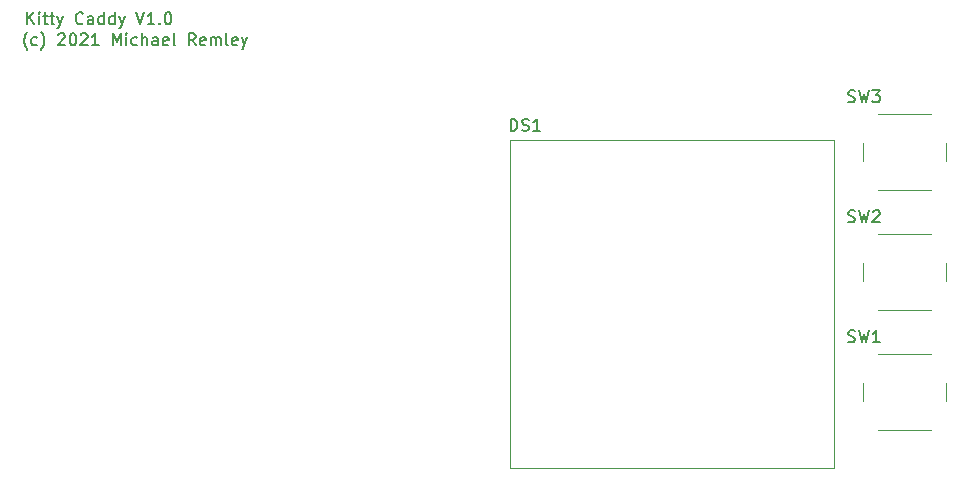
<source format=gbr>
%TF.GenerationSoftware,KiCad,Pcbnew,(5.1.10)-1*%
%TF.CreationDate,2021-10-15T15:04:30-04:00*%
%TF.ProjectId,KittyCaddyV1,4b697474-7943-4616-9464-7956312e6b69,1.0*%
%TF.SameCoordinates,Original*%
%TF.FileFunction,Legend,Top*%
%TF.FilePolarity,Positive*%
%FSLAX46Y46*%
G04 Gerber Fmt 4.6, Leading zero omitted, Abs format (unit mm)*
G04 Created by KiCad (PCBNEW (5.1.10)-1) date 2021-10-15 15:04:30*
%MOMM*%
%LPD*%
G01*
G04 APERTURE LIST*
%ADD10C,0.150000*%
%ADD11C,0.120000*%
G04 APERTURE END LIST*
D10*
X88924952Y-115514333D02*
X88877333Y-115466714D01*
X88782095Y-115323857D01*
X88734476Y-115228619D01*
X88686857Y-115085761D01*
X88639238Y-114847666D01*
X88639238Y-114657190D01*
X88686857Y-114419095D01*
X88734476Y-114276238D01*
X88782095Y-114181000D01*
X88877333Y-114038142D01*
X88924952Y-113990523D01*
X89734476Y-115085761D02*
X89639238Y-115133380D01*
X89448761Y-115133380D01*
X89353523Y-115085761D01*
X89305904Y-115038142D01*
X89258285Y-114942904D01*
X89258285Y-114657190D01*
X89305904Y-114561952D01*
X89353523Y-114514333D01*
X89448761Y-114466714D01*
X89639238Y-114466714D01*
X89734476Y-114514333D01*
X90067809Y-115514333D02*
X90115428Y-115466714D01*
X90210666Y-115323857D01*
X90258285Y-115228619D01*
X90305904Y-115085761D01*
X90353523Y-114847666D01*
X90353523Y-114657190D01*
X90305904Y-114419095D01*
X90258285Y-114276238D01*
X90210666Y-114181000D01*
X90115428Y-114038142D01*
X90067809Y-113990523D01*
X91544000Y-114228619D02*
X91591619Y-114181000D01*
X91686857Y-114133380D01*
X91924952Y-114133380D01*
X92020190Y-114181000D01*
X92067809Y-114228619D01*
X92115428Y-114323857D01*
X92115428Y-114419095D01*
X92067809Y-114561952D01*
X91496380Y-115133380D01*
X92115428Y-115133380D01*
X92734476Y-114133380D02*
X92829714Y-114133380D01*
X92924952Y-114181000D01*
X92972571Y-114228619D01*
X93020190Y-114323857D01*
X93067809Y-114514333D01*
X93067809Y-114752428D01*
X93020190Y-114942904D01*
X92972571Y-115038142D01*
X92924952Y-115085761D01*
X92829714Y-115133380D01*
X92734476Y-115133380D01*
X92639238Y-115085761D01*
X92591619Y-115038142D01*
X92544000Y-114942904D01*
X92496380Y-114752428D01*
X92496380Y-114514333D01*
X92544000Y-114323857D01*
X92591619Y-114228619D01*
X92639238Y-114181000D01*
X92734476Y-114133380D01*
X93448761Y-114228619D02*
X93496380Y-114181000D01*
X93591619Y-114133380D01*
X93829714Y-114133380D01*
X93924952Y-114181000D01*
X93972571Y-114228619D01*
X94020190Y-114323857D01*
X94020190Y-114419095D01*
X93972571Y-114561952D01*
X93401142Y-115133380D01*
X94020190Y-115133380D01*
X94972571Y-115133380D02*
X94401142Y-115133380D01*
X94686857Y-115133380D02*
X94686857Y-114133380D01*
X94591619Y-114276238D01*
X94496380Y-114371476D01*
X94401142Y-114419095D01*
X96163047Y-115133380D02*
X96163047Y-114133380D01*
X96496380Y-114847666D01*
X96829714Y-114133380D01*
X96829714Y-115133380D01*
X97305904Y-115133380D02*
X97305904Y-114466714D01*
X97305904Y-114133380D02*
X97258285Y-114181000D01*
X97305904Y-114228619D01*
X97353523Y-114181000D01*
X97305904Y-114133380D01*
X97305904Y-114228619D01*
X98210666Y-115085761D02*
X98115428Y-115133380D01*
X97924952Y-115133380D01*
X97829714Y-115085761D01*
X97782095Y-115038142D01*
X97734476Y-114942904D01*
X97734476Y-114657190D01*
X97782095Y-114561952D01*
X97829714Y-114514333D01*
X97924952Y-114466714D01*
X98115428Y-114466714D01*
X98210666Y-114514333D01*
X98639238Y-115133380D02*
X98639238Y-114133380D01*
X99067809Y-115133380D02*
X99067809Y-114609571D01*
X99020190Y-114514333D01*
X98924952Y-114466714D01*
X98782095Y-114466714D01*
X98686857Y-114514333D01*
X98639238Y-114561952D01*
X99972571Y-115133380D02*
X99972571Y-114609571D01*
X99924952Y-114514333D01*
X99829714Y-114466714D01*
X99639238Y-114466714D01*
X99544000Y-114514333D01*
X99972571Y-115085761D02*
X99877333Y-115133380D01*
X99639238Y-115133380D01*
X99544000Y-115085761D01*
X99496380Y-114990523D01*
X99496380Y-114895285D01*
X99544000Y-114800047D01*
X99639238Y-114752428D01*
X99877333Y-114752428D01*
X99972571Y-114704809D01*
X100829714Y-115085761D02*
X100734476Y-115133380D01*
X100544000Y-115133380D01*
X100448761Y-115085761D01*
X100401142Y-114990523D01*
X100401142Y-114609571D01*
X100448761Y-114514333D01*
X100544000Y-114466714D01*
X100734476Y-114466714D01*
X100829714Y-114514333D01*
X100877333Y-114609571D01*
X100877333Y-114704809D01*
X100401142Y-114800047D01*
X101448761Y-115133380D02*
X101353523Y-115085761D01*
X101305904Y-114990523D01*
X101305904Y-114133380D01*
X103163047Y-115133380D02*
X102829714Y-114657190D01*
X102591619Y-115133380D02*
X102591619Y-114133380D01*
X102972571Y-114133380D01*
X103067809Y-114181000D01*
X103115428Y-114228619D01*
X103163047Y-114323857D01*
X103163047Y-114466714D01*
X103115428Y-114561952D01*
X103067809Y-114609571D01*
X102972571Y-114657190D01*
X102591619Y-114657190D01*
X103972571Y-115085761D02*
X103877333Y-115133380D01*
X103686857Y-115133380D01*
X103591619Y-115085761D01*
X103544000Y-114990523D01*
X103544000Y-114609571D01*
X103591619Y-114514333D01*
X103686857Y-114466714D01*
X103877333Y-114466714D01*
X103972571Y-114514333D01*
X104020190Y-114609571D01*
X104020190Y-114704809D01*
X103544000Y-114800047D01*
X104448761Y-115133380D02*
X104448761Y-114466714D01*
X104448761Y-114561952D02*
X104496380Y-114514333D01*
X104591619Y-114466714D01*
X104734476Y-114466714D01*
X104829714Y-114514333D01*
X104877333Y-114609571D01*
X104877333Y-115133380D01*
X104877333Y-114609571D02*
X104924952Y-114514333D01*
X105020190Y-114466714D01*
X105163047Y-114466714D01*
X105258285Y-114514333D01*
X105305904Y-114609571D01*
X105305904Y-115133380D01*
X105924952Y-115133380D02*
X105829714Y-115085761D01*
X105782095Y-114990523D01*
X105782095Y-114133380D01*
X106686857Y-115085761D02*
X106591619Y-115133380D01*
X106401142Y-115133380D01*
X106305904Y-115085761D01*
X106258285Y-114990523D01*
X106258285Y-114609571D01*
X106305904Y-114514333D01*
X106401142Y-114466714D01*
X106591619Y-114466714D01*
X106686857Y-114514333D01*
X106734476Y-114609571D01*
X106734476Y-114704809D01*
X106258285Y-114800047D01*
X107067809Y-114466714D02*
X107305904Y-115133380D01*
X107544000Y-114466714D02*
X107305904Y-115133380D01*
X107210666Y-115371476D01*
X107163047Y-115419095D01*
X107067809Y-115466714D01*
X88924571Y-113355380D02*
X88924571Y-112355380D01*
X89496000Y-113355380D02*
X89067428Y-112783952D01*
X89496000Y-112355380D02*
X88924571Y-112926809D01*
X89924571Y-113355380D02*
X89924571Y-112688714D01*
X89924571Y-112355380D02*
X89876952Y-112403000D01*
X89924571Y-112450619D01*
X89972190Y-112403000D01*
X89924571Y-112355380D01*
X89924571Y-112450619D01*
X90257904Y-112688714D02*
X90638857Y-112688714D01*
X90400761Y-112355380D02*
X90400761Y-113212523D01*
X90448380Y-113307761D01*
X90543619Y-113355380D01*
X90638857Y-113355380D01*
X90829333Y-112688714D02*
X91210285Y-112688714D01*
X90972190Y-112355380D02*
X90972190Y-113212523D01*
X91019809Y-113307761D01*
X91115047Y-113355380D01*
X91210285Y-113355380D01*
X91448380Y-112688714D02*
X91686476Y-113355380D01*
X91924571Y-112688714D02*
X91686476Y-113355380D01*
X91591238Y-113593476D01*
X91543619Y-113641095D01*
X91448380Y-113688714D01*
X93638857Y-113260142D02*
X93591238Y-113307761D01*
X93448380Y-113355380D01*
X93353142Y-113355380D01*
X93210285Y-113307761D01*
X93115047Y-113212523D01*
X93067428Y-113117285D01*
X93019809Y-112926809D01*
X93019809Y-112783952D01*
X93067428Y-112593476D01*
X93115047Y-112498238D01*
X93210285Y-112403000D01*
X93353142Y-112355380D01*
X93448380Y-112355380D01*
X93591238Y-112403000D01*
X93638857Y-112450619D01*
X94496000Y-113355380D02*
X94496000Y-112831571D01*
X94448380Y-112736333D01*
X94353142Y-112688714D01*
X94162666Y-112688714D01*
X94067428Y-112736333D01*
X94496000Y-113307761D02*
X94400761Y-113355380D01*
X94162666Y-113355380D01*
X94067428Y-113307761D01*
X94019809Y-113212523D01*
X94019809Y-113117285D01*
X94067428Y-113022047D01*
X94162666Y-112974428D01*
X94400761Y-112974428D01*
X94496000Y-112926809D01*
X95400761Y-113355380D02*
X95400761Y-112355380D01*
X95400761Y-113307761D02*
X95305523Y-113355380D01*
X95115047Y-113355380D01*
X95019809Y-113307761D01*
X94972190Y-113260142D01*
X94924571Y-113164904D01*
X94924571Y-112879190D01*
X94972190Y-112783952D01*
X95019809Y-112736333D01*
X95115047Y-112688714D01*
X95305523Y-112688714D01*
X95400761Y-112736333D01*
X96305523Y-113355380D02*
X96305523Y-112355380D01*
X96305523Y-113307761D02*
X96210285Y-113355380D01*
X96019809Y-113355380D01*
X95924571Y-113307761D01*
X95876952Y-113260142D01*
X95829333Y-113164904D01*
X95829333Y-112879190D01*
X95876952Y-112783952D01*
X95924571Y-112736333D01*
X96019809Y-112688714D01*
X96210285Y-112688714D01*
X96305523Y-112736333D01*
X96686476Y-112688714D02*
X96924571Y-113355380D01*
X97162666Y-112688714D02*
X96924571Y-113355380D01*
X96829333Y-113593476D01*
X96781714Y-113641095D01*
X96686476Y-113688714D01*
X98162666Y-112355380D02*
X98496000Y-113355380D01*
X98829333Y-112355380D01*
X99686476Y-113355380D02*
X99115047Y-113355380D01*
X99400761Y-113355380D02*
X99400761Y-112355380D01*
X99305523Y-112498238D01*
X99210285Y-112593476D01*
X99115047Y-112641095D01*
X100115047Y-113260142D02*
X100162666Y-113307761D01*
X100115047Y-113355380D01*
X100067428Y-113307761D01*
X100115047Y-113260142D01*
X100115047Y-113355380D01*
X100781714Y-112355380D02*
X100876952Y-112355380D01*
X100972190Y-112403000D01*
X101019809Y-112450619D01*
X101067428Y-112545857D01*
X101115047Y-112736333D01*
X101115047Y-112974428D01*
X101067428Y-113164904D01*
X101019809Y-113260142D01*
X100972190Y-113307761D01*
X100876952Y-113355380D01*
X100781714Y-113355380D01*
X100686476Y-113307761D01*
X100638857Y-113260142D01*
X100591238Y-113164904D01*
X100543619Y-112974428D01*
X100543619Y-112736333D01*
X100591238Y-112545857D01*
X100638857Y-112450619D01*
X100686476Y-112403000D01*
X100781714Y-112355380D01*
D11*
%TO.C,DS1*%
X129760000Y-123117000D02*
X157260000Y-123117000D01*
X157260000Y-123117000D02*
X157260000Y-150917000D01*
X157260000Y-150917000D02*
X129760000Y-150917000D01*
X129760000Y-150917000D02*
X129760000Y-123117000D01*
%TO.C,SW1*%
X160919600Y-147750600D02*
X165419600Y-147750600D01*
X159669600Y-143750600D02*
X159669600Y-145250600D01*
X165419600Y-141250600D02*
X160919600Y-141250600D01*
X166669600Y-145250600D02*
X166669600Y-143750600D01*
%TO.C,SW2*%
X160919600Y-137590600D02*
X165419600Y-137590600D01*
X159669600Y-133590600D02*
X159669600Y-135090600D01*
X165419600Y-131090600D02*
X160919600Y-131090600D01*
X166669600Y-135090600D02*
X166669600Y-133590600D01*
%TO.C,SW3*%
X160919600Y-127430600D02*
X165419600Y-127430600D01*
X159669600Y-123430600D02*
X159669600Y-124930600D01*
X165419600Y-120930600D02*
X160919600Y-120930600D01*
X166669600Y-124930600D02*
X166669600Y-123430600D01*
%TO.C,DS1*%
D10*
X129849714Y-122380380D02*
X129849714Y-121380380D01*
X130087809Y-121380380D01*
X130230666Y-121428000D01*
X130325904Y-121523238D01*
X130373523Y-121618476D01*
X130421142Y-121808952D01*
X130421142Y-121951809D01*
X130373523Y-122142285D01*
X130325904Y-122237523D01*
X130230666Y-122332761D01*
X130087809Y-122380380D01*
X129849714Y-122380380D01*
X130802095Y-122332761D02*
X130944952Y-122380380D01*
X131183047Y-122380380D01*
X131278285Y-122332761D01*
X131325904Y-122285142D01*
X131373523Y-122189904D01*
X131373523Y-122094666D01*
X131325904Y-121999428D01*
X131278285Y-121951809D01*
X131183047Y-121904190D01*
X130992571Y-121856571D01*
X130897333Y-121808952D01*
X130849714Y-121761333D01*
X130802095Y-121666095D01*
X130802095Y-121570857D01*
X130849714Y-121475619D01*
X130897333Y-121428000D01*
X130992571Y-121380380D01*
X131230666Y-121380380D01*
X131373523Y-121428000D01*
X132325904Y-122380380D02*
X131754476Y-122380380D01*
X132040190Y-122380380D02*
X132040190Y-121380380D01*
X131944952Y-121523238D01*
X131849714Y-121618476D01*
X131754476Y-121666095D01*
%TO.C,SW1*%
X158432666Y-140231761D02*
X158575523Y-140279380D01*
X158813619Y-140279380D01*
X158908857Y-140231761D01*
X158956476Y-140184142D01*
X159004095Y-140088904D01*
X159004095Y-139993666D01*
X158956476Y-139898428D01*
X158908857Y-139850809D01*
X158813619Y-139803190D01*
X158623142Y-139755571D01*
X158527904Y-139707952D01*
X158480285Y-139660333D01*
X158432666Y-139565095D01*
X158432666Y-139469857D01*
X158480285Y-139374619D01*
X158527904Y-139327000D01*
X158623142Y-139279380D01*
X158861238Y-139279380D01*
X159004095Y-139327000D01*
X159337428Y-139279380D02*
X159575523Y-140279380D01*
X159766000Y-139565095D01*
X159956476Y-140279380D01*
X160194571Y-139279380D01*
X161099333Y-140279380D02*
X160527904Y-140279380D01*
X160813619Y-140279380D02*
X160813619Y-139279380D01*
X160718380Y-139422238D01*
X160623142Y-139517476D01*
X160527904Y-139565095D01*
%TO.C,SW2*%
X158432666Y-130071761D02*
X158575523Y-130119380D01*
X158813619Y-130119380D01*
X158908857Y-130071761D01*
X158956476Y-130024142D01*
X159004095Y-129928904D01*
X159004095Y-129833666D01*
X158956476Y-129738428D01*
X158908857Y-129690809D01*
X158813619Y-129643190D01*
X158623142Y-129595571D01*
X158527904Y-129547952D01*
X158480285Y-129500333D01*
X158432666Y-129405095D01*
X158432666Y-129309857D01*
X158480285Y-129214619D01*
X158527904Y-129167000D01*
X158623142Y-129119380D01*
X158861238Y-129119380D01*
X159004095Y-129167000D01*
X159337428Y-129119380D02*
X159575523Y-130119380D01*
X159766000Y-129405095D01*
X159956476Y-130119380D01*
X160194571Y-129119380D01*
X160527904Y-129214619D02*
X160575523Y-129167000D01*
X160670761Y-129119380D01*
X160908857Y-129119380D01*
X161004095Y-129167000D01*
X161051714Y-129214619D01*
X161099333Y-129309857D01*
X161099333Y-129405095D01*
X161051714Y-129547952D01*
X160480285Y-130119380D01*
X161099333Y-130119380D01*
%TO.C,SW3*%
X158432666Y-119911761D02*
X158575523Y-119959380D01*
X158813619Y-119959380D01*
X158908857Y-119911761D01*
X158956476Y-119864142D01*
X159004095Y-119768904D01*
X159004095Y-119673666D01*
X158956476Y-119578428D01*
X158908857Y-119530809D01*
X158813619Y-119483190D01*
X158623142Y-119435571D01*
X158527904Y-119387952D01*
X158480285Y-119340333D01*
X158432666Y-119245095D01*
X158432666Y-119149857D01*
X158480285Y-119054619D01*
X158527904Y-119007000D01*
X158623142Y-118959380D01*
X158861238Y-118959380D01*
X159004095Y-119007000D01*
X159337428Y-118959380D02*
X159575523Y-119959380D01*
X159766000Y-119245095D01*
X159956476Y-119959380D01*
X160194571Y-118959380D01*
X160480285Y-118959380D02*
X161099333Y-118959380D01*
X160766000Y-119340333D01*
X160908857Y-119340333D01*
X161004095Y-119387952D01*
X161051714Y-119435571D01*
X161099333Y-119530809D01*
X161099333Y-119768904D01*
X161051714Y-119864142D01*
X161004095Y-119911761D01*
X160908857Y-119959380D01*
X160623142Y-119959380D01*
X160527904Y-119911761D01*
X160480285Y-119864142D01*
%TD*%
M02*

</source>
